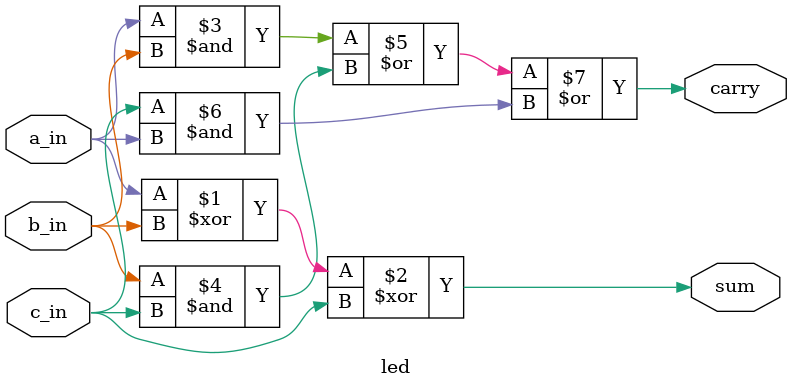
<source format=v>
module led(a_in, b_in, c_in, sum, carry);
    input a_in, b_in, c_in;
    output sum, carry;

    assign sum = a_in ^ b_in ^ c_in;
    assign carry = (a_in & b_in) | (b_in & c_in) | (c_in & a_in);


endmodule
</source>
